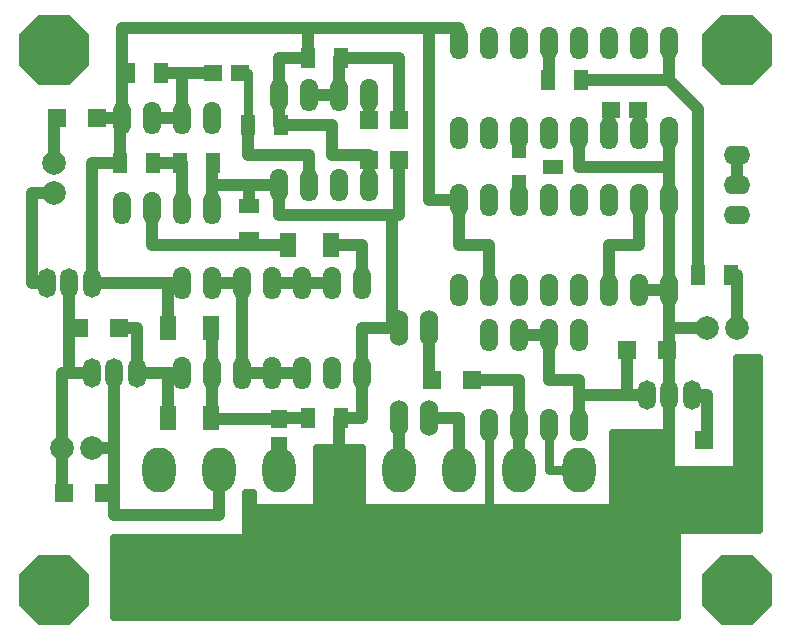
<source format=gbr>
G04 EasyPC Gerber Version 19.0.2 Build 3920 *
G04 #@! TF.Part,Single*
G04 #@! TF.FileFunction,Copper,L1,Bot *
%FSLAX35Y35*%
%MOIN*%
G04 #@! TA.AperFunction,WasherPad*
%AMT97*0 Octagon Pad at angle 0*4,1,8,-0.04892,-0.11811,0.04892,-0.11811,0.11811,-0.04892,0.11811,0.04892,0.04892,0.11811,-0.04892,0.11811,-0.11811,0.04892,-0.11811,-0.04892,-0.04892,-0.11811,0*%
%ADD97T97*%
G04 #@! TA.AperFunction,ComponentPad*
%ADD114O,0.05984X0.09843*%
%ADD111O,0.06000X0.11000*%
%ADD115O,0.06000X0.12000*%
G04 #@! TA.AperFunction,WasherPad*
%ADD131O,0.11024X0.14961*%
G04 #@! TA.AperFunction,SMDPad*
%ADD71R,0.04900X0.06900*%
%ADD116R,0.05500X0.06000*%
%ADD112R,0.05500X0.08000*%
%ADD117R,0.06300X0.06300*%
G04 #@! TD.AperFunction*
%ADD11C,0.02500*%
%ADD102C,0.02953*%
%ADD93C,0.03959*%
G04 #@! TA.AperFunction,WasherPad*
%ADD92O,0.08858X0.06299*%
G04 #@! TA.AperFunction,ComponentPad*
%ADD99C,0.07874*%
G04 #@! TA.AperFunction,WasherPad*
%ADD110R,0.06900X0.04900*%
G04 #@! TA.AperFunction,SMDPad*
%ADD113R,0.06000X0.05500*%
X0Y0D02*
D02*
D11*
X33750Y30050D02*
X221250D01*
Y3800*
X33750*
Y30050*
G36*
X221250*
Y3800*
X33750*
Y30050*
G37*
X77500Y25050D02*
Y45050D01*
X80000*
Y25050*
X77500*
G36*
Y45050*
X80000*
Y25050*
X77500*
G37*
X101250D02*
Y60050D01*
X116250*
Y25050*
X101250*
G36*
Y60050*
X116250*
Y25050*
X101250*
G37*
X218750Y65050D02*
Y27550D01*
X200000*
Y65050*
X218750*
G36*
Y27550*
X200000*
Y65050*
X218750*
G37*
X221250Y3800D02*
X77500D01*
Y40050*
X221250*
Y3800*
G36*
X77500*
Y40050*
X221250*
Y3800*
G37*
X241250Y90050D02*
X248750D01*
Y37550*
X241250*
Y90050*
G36*
X248750*
Y37550*
X241250*
Y90050*
G37*
X248750Y32550D02*
X206250D01*
Y52550*
X248750*
Y32550*
G36*
X206250*
Y52550*
X248750*
Y32550*
G37*
D02*
D71*
X35700Y155050D03*
X38200Y185050D03*
X46800Y155050D03*
X49300Y185050D03*
X55700Y155050D03*
X66800D03*
X78200Y167550D03*
X89300D03*
X98200Y70050D03*
Y190050D03*
X109300Y70050D03*
Y190050D03*
X168750Y147550D03*
Y160050D03*
X178200Y182550D03*
X189300D03*
X228200Y117550D03*
X239300D03*
D02*
D92*
X241250Y137550D03*
Y147550D03*
Y157550D03*
D02*
D93*
X11250Y115050D02*
X6250D01*
Y145050*
X13750*
X14550Y170050D02*
X13750D01*
Y155050*
X16250Y60050D02*
Y45050D01*
X17050*
X16250Y85050D02*
Y60050D01*
X18750Y115050D02*
Y85050D01*
X16250*
X22050Y100050D02*
X18750D01*
Y115050*
X26250Y85050D02*
X16250D01*
X26250Y115050D02*
Y155050D01*
X35700*
X26250Y115050D02*
X51650D01*
X30450Y45050D02*
X33750D01*
Y37550D02*
Y60050D01*
X26250*
X33750Y45050D02*
Y37550D01*
Y85050D02*
Y45050D01*
X35450Y100050D02*
X41250D01*
Y85050*
X36250Y170050D02*
X27950D01*
X36250D02*
Y200050D01*
X98200*
X36250Y170050D02*
X35700D01*
Y155050*
X41250Y85050D02*
X51650D01*
X46250Y140050D02*
Y127550D01*
X91650*
X46250Y170050D02*
X56250D01*
X49300Y185050D02*
X56250D01*
X51650Y70050D02*
Y85050D01*
X56250*
X51650Y100050D02*
Y115050D01*
X56250*
Y140050D02*
Y155050D01*
X46800*
X56250Y170050D02*
Y185050D01*
X66750*
X65850Y100050D02*
X66250D01*
Y85050*
Y70050*
X65850*
X66250Y115050D02*
X76250D01*
X66250Y140050D02*
Y147550D01*
X78750*
X66800Y155050D02*
X66250D01*
Y140050*
X68750Y52550D02*
Y37550D01*
X33750*
X76250Y85050D02*
X86250D01*
X76250Y115050D02*
Y85050D01*
X78750Y140600D02*
Y147550D01*
X88750*
X86250Y85050D02*
X96250D01*
X86250Y115050D02*
X96250D01*
X88750Y60550D02*
Y52550D01*
Y69550D02*
X65850D01*
Y70050*
X88750Y147550D02*
Y137550D01*
X126250*
X88750Y177550D02*
Y167550D01*
X106250*
Y157550*
X118750*
Y147550*
X91650Y127550D02*
X78750D01*
Y129500*
X96250Y115050D02*
X106250D01*
X98200Y70050D02*
X88750D01*
Y69550*
X98200Y190050D02*
Y200050D01*
Y190050D02*
X88750D01*
Y177550*
X98200Y200050D02*
X138750D01*
X98750Y147550D02*
Y157550D01*
X78200*
Y167550*
X98750Y177550D02*
X108750D01*
X105850Y127550D02*
X116250D01*
Y115050*
X108750Y52550D02*
Y70050D01*
X116250*
Y85050*
X108750Y177550D02*
Y190050D01*
X109300*
Y70050D02*
X108750D01*
Y52550*
X116250Y85050D02*
Y100050D01*
X126250*
Y137550*
X118750Y147550D02*
Y155850D01*
Y177550D02*
Y169250D01*
X126250Y137550D02*
X128750D01*
Y155850*
Y70050D02*
Y52550D01*
Y169250D02*
Y190050D01*
X109300*
X138750Y70050D02*
X148750D01*
Y52550*
X138750Y100050D02*
Y82550D01*
X139550*
X138750Y200050D02*
X148750D01*
Y195050*
Y142550D02*
X138750D01*
Y200050*
X148750Y142550D02*
Y127550D01*
X158750*
Y112550*
Y22550D02*
X108750D01*
Y52550*
X168750Y67550D02*
Y82550D01*
X152950*
X168750Y67550D02*
Y52550D01*
X178750Y97550D02*
X168750D01*
X178750Y195050D02*
Y182550D01*
X178200*
X188750Y67550D02*
Y82550D01*
X178750*
Y97550*
X188750Y165050D02*
Y153800D01*
X218750*
Y165050*
X198750Y112550D02*
Y127550D01*
X208750*
Y142550*
X198750Y165050D02*
Y172550D01*
X204550Y77550D02*
X188750D01*
Y67550*
X204550Y92550D02*
Y77550D01*
X208750Y52550D02*
X218750D01*
Y77550*
X208750Y52550D02*
Y22550D01*
X158750*
X208750Y112550D02*
X218750D01*
X208750Y165050D02*
Y172550D01*
X211250Y77550D02*
X204550D01*
X217050Y62550D02*
X218750D01*
Y77550*
X217950Y92550D02*
X218750D01*
Y100050*
Y112550*
Y77550*
Y112550D02*
Y142550D01*
Y165050D02*
Y142550D01*
Y195050D02*
Y182550D01*
X228200Y173100*
Y117550*
X218750Y195050D02*
Y182550D01*
X189300*
X230450Y62550D02*
X231250D01*
Y77550*
X226250*
X231250Y100050D02*
X218750D01*
X241250D02*
Y117550D01*
X239300*
X241250Y147550D02*
Y157550D01*
D02*
D97*
X13750Y12550D03*
Y192550D03*
X241250Y12550D03*
Y192550D03*
D02*
D99*
X13750Y145050D03*
Y155050D03*
X16250Y60050D03*
X26250D03*
X231250Y100050D03*
X241250D03*
D02*
D102*
X78200Y167550D02*
Y185050D01*
X75750*
X158750Y67550D02*
Y22550D01*
X178750Y67550D02*
Y52550D01*
X188750*
X198750Y172550D02*
X199250D01*
X208750D02*
X208250D01*
D02*
D110*
X78750Y129500D03*
Y140600D03*
X180000Y153800D03*
D02*
D111*
X36250Y140050D03*
Y170050D03*
X46250Y140050D03*
Y170050D03*
X56250Y85050D03*
Y115050D03*
Y140050D03*
Y170050D03*
X66250Y85050D03*
Y115050D03*
Y140050D03*
Y170050D03*
X76250Y85050D03*
Y115050D03*
X86250Y85050D03*
Y115050D03*
X88750Y147550D03*
Y177550D03*
X96250Y85050D03*
Y115050D03*
X98750Y147550D03*
Y177550D03*
X106250Y85050D03*
Y115050D03*
X108750Y147550D03*
Y177550D03*
X116250Y85050D03*
Y115050D03*
X118750Y147550D03*
Y177550D03*
X148750Y112550D03*
Y142550D03*
Y165050D03*
Y195050D03*
X158750Y67550D03*
Y97550D03*
Y112550D03*
Y142550D03*
Y165050D03*
Y195050D03*
X168750Y67550D03*
Y97550D03*
Y112550D03*
Y142550D03*
Y165050D03*
Y195050D03*
X178750Y67550D03*
Y97550D03*
Y112550D03*
Y142550D03*
Y165050D03*
Y195050D03*
X188750Y67550D03*
Y97550D03*
Y112550D03*
Y142550D03*
Y165050D03*
Y195050D03*
X198750Y112550D03*
Y142550D03*
Y165050D03*
Y195050D03*
X208750Y112550D03*
Y142550D03*
Y165050D03*
Y195050D03*
X218750Y112550D03*
Y142550D03*
Y165050D03*
Y195050D03*
D02*
D112*
X51650Y70050D03*
Y100050D03*
X65850Y70050D03*
Y100050D03*
X91650Y127550D03*
X105850D03*
D02*
D113*
X66750Y185050D03*
X75750D03*
X199250Y172550D03*
X208250D03*
D02*
D114*
X11250Y115050D03*
X18750D03*
X26250Y85050D03*
Y115050D03*
X33750Y85050D03*
X41250D03*
X211250Y77550D03*
X218750D03*
X226250D03*
D02*
D115*
X128750Y70050D03*
Y100050D03*
X138750Y70050D03*
Y100050D03*
D02*
D116*
X88750Y60550D03*
Y69550D03*
D02*
D117*
X14550Y170050D03*
X17050Y45050D03*
X22050Y100050D03*
X27950Y170050D03*
X30450Y45050D03*
X35450Y100050D03*
X118750Y155850D03*
Y169250D03*
X128750Y155850D03*
Y169250D03*
X139550Y82550D03*
X152950D03*
X204550Y92550D03*
X217050Y62550D03*
X217950Y92550D03*
X230450Y62550D03*
D02*
D131*
X48750Y52550D03*
X68750D03*
X88750D03*
X108750D03*
X128750D03*
X148750D03*
X168750D03*
X188750D03*
X208750D03*
X0Y0D02*
M02*

</source>
